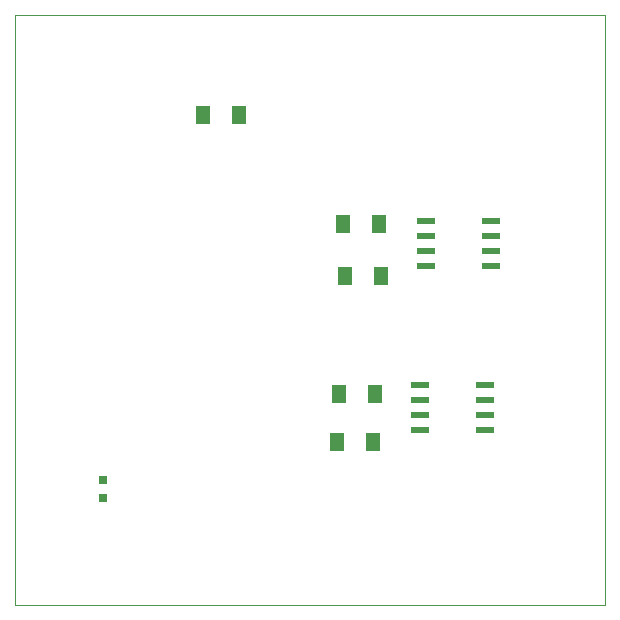
<source format=gtp>
G75*
%MOIN*%
%OFA0B0*%
%FSLAX24Y24*%
%IPPOS*%
%LPD*%
%AMOC8*
5,1,8,0,0,1.08239X$1,22.5*
%
%ADD10C,0.0000*%
%ADD11R,0.0315X0.0315*%
%ADD12R,0.0600X0.0240*%
%ADD13R,0.0512X0.0630*%
D10*
X000415Y000100D02*
X000415Y019785D01*
X020100Y019785D01*
X020100Y000100D01*
X000415Y000100D01*
D11*
X003368Y003682D03*
X003368Y004282D03*
D12*
X013926Y005948D03*
X013926Y006448D03*
X013926Y006948D03*
X013926Y007448D03*
X016086Y007448D03*
X016086Y006948D03*
X016086Y006448D03*
X016086Y005948D03*
X016297Y011403D03*
X016297Y011903D03*
X016297Y012403D03*
X016297Y012903D03*
X014137Y012903D03*
X014137Y012403D03*
X014137Y011903D03*
X014137Y011403D03*
D13*
X012608Y011069D03*
X011408Y011069D03*
X011347Y012805D03*
X012547Y012805D03*
X007905Y016439D03*
X006705Y016439D03*
X011209Y007139D03*
X012409Y007139D03*
X012368Y005551D03*
X011168Y005551D03*
M02*

</source>
